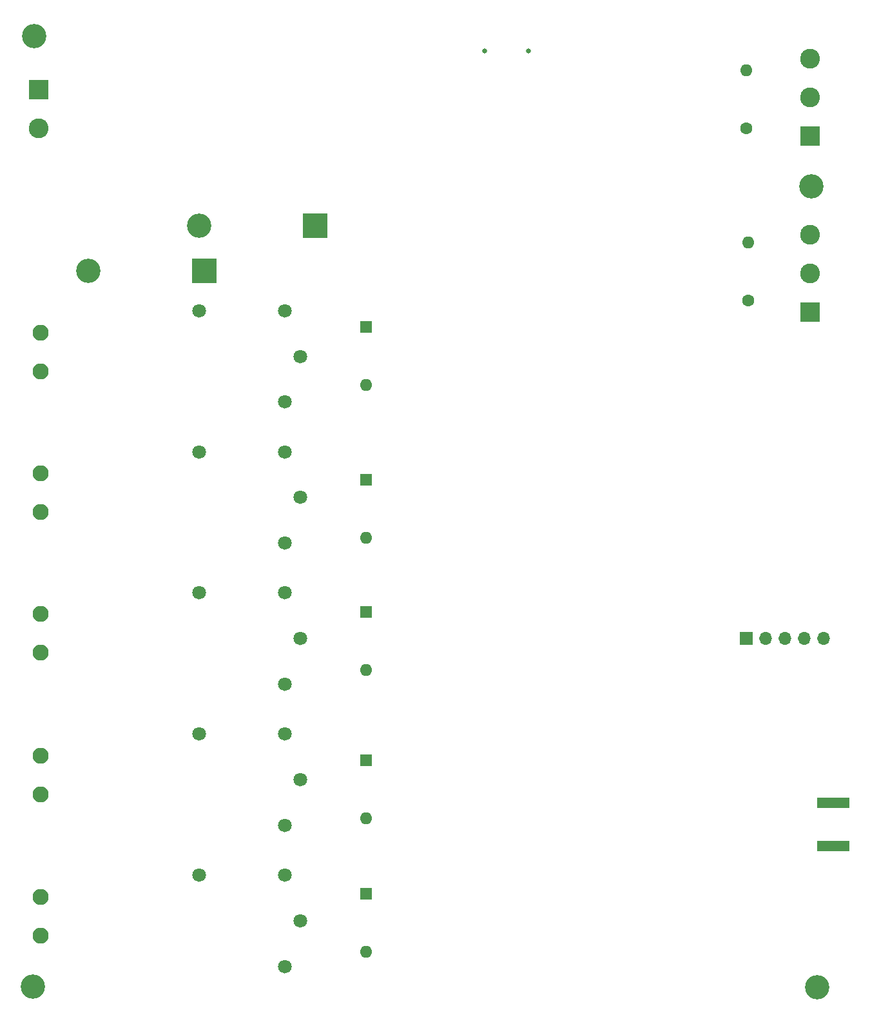
<source format=gbr>
%TF.GenerationSoftware,KiCad,Pcbnew,7.0.7*%
%TF.CreationDate,2023-11-01T18:07:50-05:00*%
%TF.ProjectId,greenhouse-controller-pcb,67726565-6e68-46f7-9573-652d636f6e74,rev?*%
%TF.SameCoordinates,Original*%
%TF.FileFunction,Soldermask,Bot*%
%TF.FilePolarity,Negative*%
%FSLAX46Y46*%
G04 Gerber Fmt 4.6, Leading zero omitted, Abs format (unit mm)*
G04 Created by KiCad (PCBNEW 7.0.7) date 2023-11-01 18:07:50*
%MOMM*%
%LPD*%
G01*
G04 APERTURE LIST*
G04 Aperture macros list*
%AMRoundRect*
0 Rectangle with rounded corners*
0 $1 Rounding radius*
0 $2 $3 $4 $5 $6 $7 $8 $9 X,Y pos of 4 corners*
0 Add a 4 corners polygon primitive as box body*
4,1,4,$2,$3,$4,$5,$6,$7,$8,$9,$2,$3,0*
0 Add four circle primitives for the rounded corners*
1,1,$1+$1,$2,$3*
1,1,$1+$1,$4,$5*
1,1,$1+$1,$6,$7*
1,1,$1+$1,$8,$9*
0 Add four rect primitives between the rounded corners*
20,1,$1+$1,$2,$3,$4,$5,0*
20,1,$1+$1,$4,$5,$6,$7,0*
20,1,$1+$1,$6,$7,$8,$9,0*
20,1,$1+$1,$8,$9,$2,$3,0*%
G04 Aperture macros list end*
%ADD10RoundRect,0.102000X-1.200000X1.200000X-1.200000X-1.200000X1.200000X-1.200000X1.200000X1.200000X0*%
%ADD11C,2.604000*%
%ADD12C,1.808000*%
%ADD13R,1.700000X1.700000*%
%ADD14O,1.700000X1.700000*%
%ADD15R,1.600000X1.600000*%
%ADD16O,1.600000X1.600000*%
%ADD17C,2.108200*%
%ADD18C,3.200000*%
%ADD19RoundRect,0.102000X1.200000X-1.200000X1.200000X1.200000X-1.200000X1.200000X-1.200000X-1.200000X0*%
%ADD20C,0.650000*%
%ADD21R,3.200000X3.200000*%
%ADD22O,3.200000X3.200000*%
%ADD23R,4.200000X1.350000*%
%ADD24C,1.600000*%
G04 APERTURE END LIST*
D10*
%TO.C,J6*%
X85327500Y-38735000D03*
D11*
X85327500Y-43815000D03*
%TD*%
D12*
%TO.C,K3*%
X119692499Y-110786599D03*
X117692497Y-104786600D03*
X106392502Y-104786600D03*
X117692497Y-116786598D03*
%TD*%
D13*
%TO.C,J1*%
X178308000Y-110744000D03*
D14*
X180848000Y-110744000D03*
X183388000Y-110744000D03*
X185928000Y-110744000D03*
X188468000Y-110744000D03*
%TD*%
D15*
%TO.C,D8*%
X128338501Y-144302999D03*
D16*
X128338501Y-151922999D03*
%TD*%
D17*
%TO.C,J8*%
X85598000Y-89081199D03*
X85598000Y-94161199D03*
%TD*%
D15*
%TO.C,D5*%
X128338501Y-89946999D03*
D16*
X128338501Y-97566999D03*
%TD*%
D15*
%TO.C,D4*%
X128338501Y-69880999D03*
D16*
X128338501Y-77500999D03*
%TD*%
D12*
%TO.C,K2*%
X119692499Y-92256199D03*
X117692497Y-86256200D03*
X106392502Y-86256200D03*
X117692497Y-98256198D03*
%TD*%
D18*
%TO.C,REF\u002A\u002A*%
X187655200Y-156591000D03*
%TD*%
D17*
%TO.C,J10*%
X85598000Y-126141999D03*
X85598000Y-131221999D03*
%TD*%
D19*
%TO.C,J2*%
X186706500Y-44831000D03*
D11*
X186706500Y-39751000D03*
X186706500Y-34671000D03*
%TD*%
D17*
%TO.C,J11*%
X85598000Y-144672399D03*
X85598000Y-149752399D03*
%TD*%
D19*
%TO.C,J3*%
X186690000Y-67945000D03*
D11*
X186690000Y-62865000D03*
X186690000Y-57785000D03*
%TD*%
D18*
%TO.C,REF\u002A\u002A*%
X186817000Y-51435000D03*
%TD*%
D20*
%TO.C,J5*%
X149704000Y-33652000D03*
X143924000Y-33652000D03*
%TD*%
D18*
%TO.C,REF\u002A\u002A*%
X84582000Y-156464000D03*
%TD*%
D21*
%TO.C,D1*%
X107111800Y-62484000D03*
D22*
X91871800Y-62484000D03*
%TD*%
D17*
%TO.C,J7*%
X85598000Y-70612000D03*
X85598000Y-75692000D03*
%TD*%
D21*
%TO.C,D3*%
X121666000Y-56616600D03*
D22*
X106426000Y-56616600D03*
%TD*%
D12*
%TO.C,K5*%
X119692499Y-147847399D03*
X117692497Y-141847400D03*
X106392502Y-141847400D03*
X117692497Y-153847398D03*
%TD*%
%TO.C,K1*%
X119692499Y-73725799D03*
X117692497Y-67725800D03*
X106392502Y-67725800D03*
X117692497Y-79725798D03*
%TD*%
D18*
%TO.C,REF\u002A\u002A*%
X84709000Y-31724600D03*
%TD*%
D23*
%TO.C,J4*%
X189755314Y-138011800D03*
X189755314Y-132361800D03*
%TD*%
D15*
%TO.C,D6*%
X128338501Y-107297499D03*
D16*
X128338501Y-114917499D03*
%TD*%
D12*
%TO.C,K4*%
X119692499Y-129316999D03*
X117692497Y-123317000D03*
X106392502Y-123317000D03*
X117692497Y-135316998D03*
%TD*%
D24*
%TO.C,R7*%
X178562000Y-66421000D03*
D16*
X178562000Y-58801000D03*
%TD*%
D17*
%TO.C,J9*%
X85598000Y-107530900D03*
X85598000Y-112610900D03*
%TD*%
D15*
%TO.C,D7*%
X128338501Y-126776999D03*
D16*
X128338501Y-134396999D03*
%TD*%
D24*
%TO.C,R4*%
X178308000Y-43815000D03*
D16*
X178308000Y-36195000D03*
%TD*%
M02*

</source>
